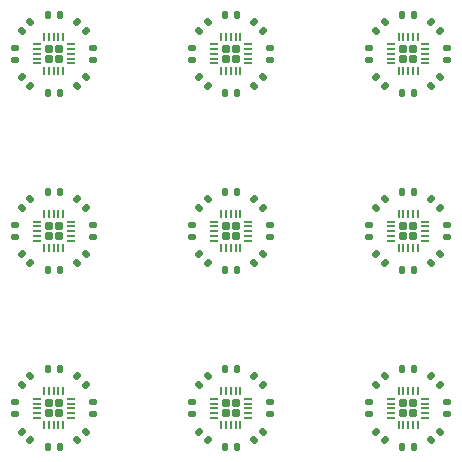
<source format=gbr>
%TF.GenerationSoftware,KiCad,Pcbnew,8.0.5-dirty*%
%TF.CreationDate,2025-01-28T00:49:07-05:00*%
%TF.ProjectId,prrpls406-panel,70727270-6c73-4343-9036-2d70616e656c,rev?*%
%TF.SameCoordinates,Original*%
%TF.FileFunction,Paste,Bot*%
%TF.FilePolarity,Positive*%
%FSLAX46Y46*%
G04 Gerber Fmt 4.6, Leading zero omitted, Abs format (unit mm)*
G04 Created by KiCad (PCBNEW 8.0.5-dirty) date 2025-01-28 00:49:07*
%MOMM*%
%LPD*%
G01*
G04 APERTURE LIST*
G04 Aperture macros list*
%AMRoundRect*
0 Rectangle with rounded corners*
0 $1 Rounding radius*
0 $2 $3 $4 $5 $6 $7 $8 $9 X,Y pos of 4 corners*
0 Add a 4 corners polygon primitive as box body*
4,1,4,$2,$3,$4,$5,$6,$7,$8,$9,$2,$3,0*
0 Add four circle primitives for the rounded corners*
1,1,$1+$1,$2,$3*
1,1,$1+$1,$4,$5*
1,1,$1+$1,$6,$7*
1,1,$1+$1,$8,$9*
0 Add four rect primitives between the rounded corners*
20,1,$1+$1,$2,$3,$4,$5,0*
20,1,$1+$1,$4,$5,$6,$7,0*
20,1,$1+$1,$6,$7,$8,$9,0*
20,1,$1+$1,$8,$9,$2,$3,0*%
G04 Aperture macros list end*
%ADD10RoundRect,0.172500X0.172500X0.172500X-0.172500X0.172500X-0.172500X-0.172500X0.172500X-0.172500X0*%
%ADD11RoundRect,0.042500X0.307500X-0.042500X0.307500X0.042500X-0.307500X0.042500X-0.307500X-0.042500X0*%
%ADD12RoundRect,0.042500X0.042500X0.307500X-0.042500X0.307500X-0.042500X-0.307500X0.042500X-0.307500X0*%
%ADD13RoundRect,0.135000X0.185000X-0.135000X0.185000X0.135000X-0.185000X0.135000X-0.185000X-0.135000X0*%
%ADD14RoundRect,0.135000X-0.226274X-0.035355X-0.035355X-0.226274X0.226274X0.035355X0.035355X0.226274X0*%
%ADD15RoundRect,0.135000X0.135000X0.185000X-0.135000X0.185000X-0.135000X-0.185000X0.135000X-0.185000X0*%
%ADD16RoundRect,0.135000X0.035355X-0.226274X0.226274X-0.035355X-0.035355X0.226274X-0.226274X0.035355X0*%
%ADD17RoundRect,0.135000X0.226274X0.035355X0.035355X0.226274X-0.226274X-0.035355X-0.035355X-0.226274X0*%
%ADD18RoundRect,0.135000X-0.035355X0.226274X-0.226274X0.035355X0.035355X-0.226274X0.226274X-0.035355X0*%
%ADD19RoundRect,0.135000X-0.135000X-0.185000X0.135000X-0.185000X0.135000X0.185000X-0.135000X0.185000X0*%
%ADD20RoundRect,0.172500X-0.172500X-0.172500X0.172500X-0.172500X0.172500X0.172500X-0.172500X0.172500X0*%
%ADD21RoundRect,0.042500X-0.307500X0.042500X-0.307500X-0.042500X0.307500X-0.042500X0.307500X0.042500X0*%
%ADD22RoundRect,0.042500X-0.042500X-0.307500X0.042500X-0.307500X0.042500X0.307500X-0.042500X0.307500X0*%
%ADD23RoundRect,0.135000X-0.185000X0.135000X-0.185000X-0.135000X0.185000X-0.135000X0.185000X0.135000X0*%
G04 APERTURE END LIST*
D10*
%TO.C,U1*%
X24423776Y-39424694D03*
X24423776Y-38574694D03*
X23573776Y-39424694D03*
X23573776Y-38574694D03*
D11*
X25438776Y-38199694D03*
X25448776Y-38599694D03*
X25448776Y-38999694D03*
X25448776Y-39399694D03*
X25448776Y-39799694D03*
D12*
X24798776Y-40449694D03*
X24398776Y-40449694D03*
X23998776Y-40449694D03*
X23598776Y-40449694D03*
X23198776Y-40459693D03*
D11*
X22548776Y-39799694D03*
X22548776Y-39399694D03*
X22548776Y-38999694D03*
X22548776Y-38599694D03*
X22538777Y-38199694D03*
D12*
X23198776Y-37559694D03*
X23598776Y-37549694D03*
X23998776Y-37549694D03*
X24398776Y-37549694D03*
X24798776Y-37549694D03*
%TD*%
D13*
%TO.C,R7*%
X12298776Y-9509694D03*
X12298776Y-8489694D03*
%TD*%
D14*
%TO.C,C1*%
X36304699Y-10972523D03*
X37025947Y-11693771D03*
%TD*%
D13*
%TO.C,R7*%
X42298776Y-24509694D03*
X42298776Y-23489694D03*
%TD*%
D15*
%TO.C,R1*%
X39508776Y-5699694D03*
X38488776Y-5699694D03*
%TD*%
%TO.C,R1*%
X39508776Y-35699694D03*
X38488776Y-35699694D03*
%TD*%
D16*
%TO.C,R6*%
X10971604Y-26693771D03*
X11692852Y-25972523D03*
%TD*%
D17*
%TO.C,R4*%
X41692852Y-7026866D03*
X40971604Y-6305618D03*
%TD*%
D16*
%TO.C,R6*%
X40971604Y-41693771D03*
X41692852Y-40972523D03*
%TD*%
D17*
%TO.C,R4*%
X11692852Y-7026866D03*
X10971604Y-6305618D03*
%TD*%
D18*
%TO.C,R6*%
X22025948Y-36305617D03*
X21304700Y-37026865D03*
%TD*%
D19*
%TO.C,R5*%
X8488776Y-27299694D03*
X9508776Y-27299694D03*
%TD*%
D14*
%TO.C,R4*%
X21304700Y-10972522D03*
X22025948Y-11693770D03*
%TD*%
D19*
%TO.C,R5*%
X38488776Y-27299694D03*
X39508776Y-27299694D03*
%TD*%
D17*
%TO.C,C1*%
X26692853Y-37026865D03*
X25971605Y-36305617D03*
%TD*%
D13*
%TO.C,R7*%
X12298776Y-24509694D03*
X12298776Y-23489694D03*
%TD*%
D15*
%TO.C,R5*%
X24508776Y-35699694D03*
X23488776Y-35699694D03*
%TD*%
D14*
%TO.C,C1*%
X6304699Y-10972523D03*
X7025947Y-11693771D03*
%TD*%
D17*
%TO.C,C1*%
X26692853Y-22026865D03*
X25971605Y-21305617D03*
%TD*%
D13*
%TO.C,R3*%
X27298776Y-9509694D03*
X27298776Y-8489694D03*
%TD*%
D20*
%TO.C,U1*%
X8573776Y-23574694D03*
X8573776Y-24424694D03*
X9423776Y-23574694D03*
X9423776Y-24424694D03*
D21*
X7558776Y-24799694D03*
X7548776Y-24399694D03*
X7548776Y-23999694D03*
X7548776Y-23599694D03*
X7548776Y-23199694D03*
D22*
X8198776Y-22549694D03*
X8598776Y-22549694D03*
X8998776Y-22549694D03*
X9398776Y-22549694D03*
X9798776Y-22539695D03*
D21*
X10448776Y-23199694D03*
X10448776Y-23599694D03*
X10448776Y-23999694D03*
X10448776Y-24399694D03*
X10458775Y-24799694D03*
D22*
X9798776Y-25439694D03*
X9398776Y-25449694D03*
X8998776Y-25449694D03*
X8598776Y-25449694D03*
X8198776Y-25449694D03*
%TD*%
D17*
%TO.C,R4*%
X41692852Y-37026866D03*
X40971604Y-36305618D03*
%TD*%
D15*
%TO.C,R5*%
X24508776Y-20699694D03*
X23488776Y-20699694D03*
%TD*%
D18*
%TO.C,R6*%
X22025948Y-6305617D03*
X21304700Y-7026865D03*
%TD*%
D19*
%TO.C,R1*%
X23488776Y-42299694D03*
X24508776Y-42299694D03*
%TD*%
D13*
%TO.C,R7*%
X42298776Y-9509694D03*
X42298776Y-8489694D03*
%TD*%
D23*
%TO.C,R3*%
X35698776Y-38489694D03*
X35698776Y-39509694D03*
%TD*%
D18*
%TO.C,R2*%
X7025947Y-6305618D03*
X6304699Y-7026866D03*
%TD*%
D14*
%TO.C,C1*%
X6304699Y-25972523D03*
X7025947Y-26693771D03*
%TD*%
D20*
%TO.C,U1*%
X38573776Y-23574694D03*
X38573776Y-24424694D03*
X39423776Y-23574694D03*
X39423776Y-24424694D03*
D21*
X37558776Y-24799694D03*
X37548776Y-24399694D03*
X37548776Y-23999694D03*
X37548776Y-23599694D03*
X37548776Y-23199694D03*
D22*
X38198776Y-22549694D03*
X38598776Y-22549694D03*
X38998776Y-22549694D03*
X39398776Y-22549694D03*
X39798776Y-22539695D03*
D21*
X40448776Y-23199694D03*
X40448776Y-23599694D03*
X40448776Y-23999694D03*
X40448776Y-24399694D03*
X40458775Y-24799694D03*
D22*
X39798776Y-25439694D03*
X39398776Y-25449694D03*
X38998776Y-25449694D03*
X38598776Y-25449694D03*
X38198776Y-25449694D03*
%TD*%
D20*
%TO.C,U1*%
X8573776Y-8574694D03*
X8573776Y-9424694D03*
X9423776Y-8574694D03*
X9423776Y-9424694D03*
D21*
X7558776Y-9799694D03*
X7548776Y-9399694D03*
X7548776Y-8999694D03*
X7548776Y-8599694D03*
X7548776Y-8199694D03*
D22*
X8198776Y-7549694D03*
X8598776Y-7549694D03*
X8998776Y-7549694D03*
X9398776Y-7549694D03*
X9798776Y-7539695D03*
D21*
X10448776Y-8199694D03*
X10448776Y-8599694D03*
X10448776Y-8999694D03*
X10448776Y-9399694D03*
X10458775Y-9799694D03*
D22*
X9798776Y-10439694D03*
X9398776Y-10449694D03*
X8998776Y-10449694D03*
X8598776Y-10449694D03*
X8198776Y-10449694D03*
%TD*%
D13*
%TO.C,R3*%
X27298776Y-24509694D03*
X27298776Y-23489694D03*
%TD*%
D17*
%TO.C,C1*%
X26692853Y-7026865D03*
X25971605Y-6305617D03*
%TD*%
D13*
%TO.C,R7*%
X12298776Y-39509694D03*
X12298776Y-38489694D03*
%TD*%
D16*
%TO.C,R6*%
X10971604Y-11693771D03*
X11692852Y-10972523D03*
%TD*%
D19*
%TO.C,R5*%
X8488776Y-42299694D03*
X9508776Y-42299694D03*
%TD*%
D16*
%TO.C,R2*%
X25971605Y-11693770D03*
X26692853Y-10972522D03*
%TD*%
D17*
%TO.C,R4*%
X11692852Y-37026866D03*
X10971604Y-36305618D03*
%TD*%
D16*
%TO.C,R6*%
X10971604Y-41693771D03*
X11692852Y-40972523D03*
%TD*%
D18*
%TO.C,R6*%
X22025948Y-21305617D03*
X21304700Y-22026865D03*
%TD*%
D14*
%TO.C,C1*%
X6304699Y-40972523D03*
X7025947Y-41693771D03*
%TD*%
D18*
%TO.C,R2*%
X37025947Y-6305618D03*
X36304699Y-7026866D03*
%TD*%
D23*
%TO.C,R3*%
X5698776Y-38489694D03*
X5698776Y-39509694D03*
%TD*%
D19*
%TO.C,R5*%
X8488776Y-12299694D03*
X9508776Y-12299694D03*
%TD*%
D23*
%TO.C,R3*%
X5698776Y-8489694D03*
X5698776Y-9509694D03*
%TD*%
D14*
%TO.C,C1*%
X36304699Y-25972523D03*
X37025947Y-26693771D03*
%TD*%
D15*
%TO.C,R1*%
X9508776Y-35699694D03*
X8488776Y-35699694D03*
%TD*%
D23*
%TO.C,R3*%
X35698776Y-8489694D03*
X35698776Y-9509694D03*
%TD*%
D17*
%TO.C,R4*%
X41692852Y-22026866D03*
X40971604Y-21305618D03*
%TD*%
D23*
%TO.C,R7*%
X20698776Y-38489694D03*
X20698776Y-39509694D03*
%TD*%
D16*
%TO.C,R6*%
X40971604Y-26693771D03*
X41692852Y-25972523D03*
%TD*%
D18*
%TO.C,R2*%
X7025947Y-36305618D03*
X6304699Y-37026866D03*
%TD*%
D10*
%TO.C,U1*%
X24423776Y-9424694D03*
X24423776Y-8574694D03*
X23573776Y-9424694D03*
X23573776Y-8574694D03*
D11*
X25438776Y-8199694D03*
X25448776Y-8599694D03*
X25448776Y-8999694D03*
X25448776Y-9399694D03*
X25448776Y-9799694D03*
D12*
X24798776Y-10449694D03*
X24398776Y-10449694D03*
X23998776Y-10449694D03*
X23598776Y-10449694D03*
X23198776Y-10459693D03*
D11*
X22548776Y-9799694D03*
X22548776Y-9399694D03*
X22548776Y-8999694D03*
X22548776Y-8599694D03*
X22538777Y-8199694D03*
D12*
X23198776Y-7559694D03*
X23598776Y-7549694D03*
X23998776Y-7549694D03*
X24398776Y-7549694D03*
X24798776Y-7549694D03*
%TD*%
D15*
%TO.C,R1*%
X39508776Y-20699694D03*
X38488776Y-20699694D03*
%TD*%
D13*
%TO.C,R3*%
X27298776Y-39509694D03*
X27298776Y-38489694D03*
%TD*%
D15*
%TO.C,R1*%
X9508776Y-5699694D03*
X8488776Y-5699694D03*
%TD*%
D17*
%TO.C,R4*%
X11692852Y-22026866D03*
X10971604Y-21305618D03*
%TD*%
D14*
%TO.C,R4*%
X21304700Y-25972522D03*
X22025948Y-26693770D03*
%TD*%
D23*
%TO.C,R3*%
X35698776Y-23489694D03*
X35698776Y-24509694D03*
%TD*%
D19*
%TO.C,R1*%
X23488776Y-12299694D03*
X24508776Y-12299694D03*
%TD*%
D16*
%TO.C,R2*%
X25971605Y-26693770D03*
X26692853Y-25972522D03*
%TD*%
D14*
%TO.C,R4*%
X21304700Y-40972522D03*
X22025948Y-41693770D03*
%TD*%
%TO.C,C1*%
X36304699Y-40972523D03*
X37025947Y-41693771D03*
%TD*%
D23*
%TO.C,R7*%
X20698776Y-8489694D03*
X20698776Y-9509694D03*
%TD*%
%TO.C,R7*%
X20698776Y-23489694D03*
X20698776Y-24509694D03*
%TD*%
D18*
%TO.C,R2*%
X37025947Y-36305618D03*
X36304699Y-37026866D03*
%TD*%
%TO.C,R2*%
X37025947Y-21305618D03*
X36304699Y-22026866D03*
%TD*%
D20*
%TO.C,U1*%
X38573776Y-8574694D03*
X38573776Y-9424694D03*
X39423776Y-8574694D03*
X39423776Y-9424694D03*
D21*
X37558776Y-9799694D03*
X37548776Y-9399694D03*
X37548776Y-8999694D03*
X37548776Y-8599694D03*
X37548776Y-8199694D03*
D22*
X38198776Y-7549694D03*
X38598776Y-7549694D03*
X38998776Y-7549694D03*
X39398776Y-7549694D03*
X39798776Y-7539695D03*
D21*
X40448776Y-8199694D03*
X40448776Y-8599694D03*
X40448776Y-8999694D03*
X40448776Y-9399694D03*
X40458775Y-9799694D03*
D22*
X39798776Y-10439694D03*
X39398776Y-10449694D03*
X38998776Y-10449694D03*
X38598776Y-10449694D03*
X38198776Y-10449694D03*
%TD*%
D13*
%TO.C,R7*%
X42298776Y-39509694D03*
X42298776Y-38489694D03*
%TD*%
D15*
%TO.C,R5*%
X24508776Y-5699694D03*
X23488776Y-5699694D03*
%TD*%
D19*
%TO.C,R5*%
X38488776Y-42299694D03*
X39508776Y-42299694D03*
%TD*%
D10*
%TO.C,U1*%
X24423776Y-24424694D03*
X24423776Y-23574694D03*
X23573776Y-24424694D03*
X23573776Y-23574694D03*
D11*
X25438776Y-23199694D03*
X25448776Y-23599694D03*
X25448776Y-23999694D03*
X25448776Y-24399694D03*
X25448776Y-24799694D03*
D12*
X24798776Y-25449694D03*
X24398776Y-25449694D03*
X23998776Y-25449694D03*
X23598776Y-25449694D03*
X23198776Y-25459693D03*
D11*
X22548776Y-24799694D03*
X22548776Y-24399694D03*
X22548776Y-23999694D03*
X22548776Y-23599694D03*
X22538777Y-23199694D03*
D12*
X23198776Y-22559694D03*
X23598776Y-22549694D03*
X23998776Y-22549694D03*
X24398776Y-22549694D03*
X24798776Y-22549694D03*
%TD*%
D16*
%TO.C,R2*%
X25971605Y-41693770D03*
X26692853Y-40972522D03*
%TD*%
D19*
%TO.C,R1*%
X23488776Y-27299694D03*
X24508776Y-27299694D03*
%TD*%
D18*
%TO.C,R2*%
X7025947Y-21305618D03*
X6304699Y-22026866D03*
%TD*%
D19*
%TO.C,R5*%
X38488776Y-12299694D03*
X39508776Y-12299694D03*
%TD*%
D20*
%TO.C,U1*%
X8573776Y-38574694D03*
X8573776Y-39424694D03*
X9423776Y-38574694D03*
X9423776Y-39424694D03*
D21*
X7558776Y-39799694D03*
X7548776Y-39399694D03*
X7548776Y-38999694D03*
X7548776Y-38599694D03*
X7548776Y-38199694D03*
D22*
X8198776Y-37549694D03*
X8598776Y-37549694D03*
X8998776Y-37549694D03*
X9398776Y-37549694D03*
X9798776Y-37539695D03*
D21*
X10448776Y-38199694D03*
X10448776Y-38599694D03*
X10448776Y-38999694D03*
X10448776Y-39399694D03*
X10458775Y-39799694D03*
D22*
X9798776Y-40439694D03*
X9398776Y-40449694D03*
X8998776Y-40449694D03*
X8598776Y-40449694D03*
X8198776Y-40449694D03*
%TD*%
D15*
%TO.C,R1*%
X9508776Y-20699694D03*
X8488776Y-20699694D03*
%TD*%
D16*
%TO.C,R6*%
X40971604Y-11693771D03*
X41692852Y-10972523D03*
%TD*%
D23*
%TO.C,R3*%
X5698776Y-23489694D03*
X5698776Y-24509694D03*
%TD*%
D20*
%TO.C,U1*%
X38573776Y-38574694D03*
X38573776Y-39424694D03*
X39423776Y-38574694D03*
X39423776Y-39424694D03*
D21*
X37558776Y-39799694D03*
X37548776Y-39399694D03*
X37548776Y-38999694D03*
X37548776Y-38599694D03*
X37548776Y-38199694D03*
D22*
X38198776Y-37549694D03*
X38598776Y-37549694D03*
X38998776Y-37549694D03*
X39398776Y-37549694D03*
X39798776Y-37539695D03*
D21*
X40448776Y-38199694D03*
X40448776Y-38599694D03*
X40448776Y-38999694D03*
X40448776Y-39399694D03*
X40458775Y-39799694D03*
D22*
X39798776Y-40439694D03*
X39398776Y-40449694D03*
X38998776Y-40449694D03*
X38598776Y-40449694D03*
X38198776Y-40449694D03*
%TD*%
M02*

</source>
